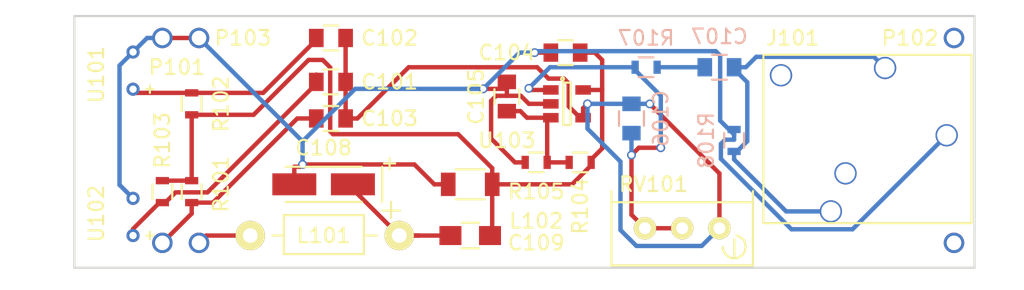
<source format=kicad_pcb>
(kicad_pcb (version 20171130) (host pcbnew "(5.1.12)-1")

  (general
    (thickness 1.6)
    (drawings 4)
    (tracks 163)
    (zones 0)
    (modules 26)
    (nets 13)
  )

  (page A4)
  (layers
    (0 F.Cu signal)
    (31 B.Cu signal)
    (32 B.Adhes user hide)
    (33 F.Adhes user hide)
    (34 B.Paste user hide)
    (35 F.Paste user hide)
    (36 B.SilkS user hide)
    (37 F.SilkS user hide)
    (38 B.Mask user hide)
    (39 F.Mask user hide)
    (40 Dwgs.User user hide)
    (41 Cmts.User user hide)
    (42 Eco1.User user hide)
    (43 Eco2.User user hide)
    (44 Edge.Cuts user)
    (45 Margin user hide)
    (46 B.CrtYd user hide)
    (47 F.CrtYd user)
    (48 B.Fab user hide)
    (49 F.Fab user hide)
  )

  (setup
    (last_trace_width 0.3)
    (trace_clearance 0.3)
    (zone_clearance 0.508)
    (zone_45_only no)
    (trace_min 0.2)
    (via_size 0.6)
    (via_drill 0.4)
    (via_min_size 0.4)
    (via_min_drill 0.3)
    (uvia_size 0.3)
    (uvia_drill 0.1)
    (uvias_allowed no)
    (uvia_min_size 0.2)
    (uvia_min_drill 0.1)
    (edge_width 0.15)
    (segment_width 0.2)
    (pcb_text_width 0.3)
    (pcb_text_size 1.5 1.5)
    (mod_edge_width 0.15)
    (mod_text_size 1 1)
    (mod_text_width 0.15)
    (pad_size 1.524 1.524)
    (pad_drill 0.762)
    (pad_to_mask_clearance 0.2)
    (aux_axis_origin 0 0)
    (visible_elements 7FFFFFFF)
    (pcbplotparams
      (layerselection 0x010f0_80000001)
      (usegerberextensions false)
      (usegerberattributes true)
      (usegerberadvancedattributes true)
      (creategerberjobfile true)
      (excludeedgelayer true)
      (linewidth 0.100000)
      (plotframeref false)
      (viasonmask false)
      (mode 1)
      (useauxorigin false)
      (hpglpennumber 1)
      (hpglpenspeed 20)
      (hpglpendiameter 15.000000)
      (psnegative false)
      (psa4output false)
      (plotreference true)
      (plotvalue true)
      (plotinvisibletext false)
      (padsonsilk false)
      (subtractmaskfromsilk false)
      (outputformat 1)
      (mirror false)
      (drillshape 0)
      (scaleselection 1)
      (outputdirectory "gerber"))
  )

  (net 0 "")
  (net 1 "Net-(C101-Pad1)")
  (net 2 "Net-(C101-Pad2)")
  (net 3 "Net-(C102-Pad2)")
  (net 4 "Net-(C103-Pad2)")
  (net 5 GND)
  (net 6 +9V)
  (net 7 "Net-(C105-Pad1)")
  (net 8 "Net-(C106-Pad1)")
  (net 9 "Net-(C107-Pad1)")
  (net 10 "Net-(C107-Pad2)")
  (net 11 "Net-(C108-Pad1)")
  (net 12 "Net-(L101-Pad1)")

  (net_class Default "This is the default net class."
    (clearance 0.3)
    (trace_width 0.3)
    (via_dia 0.6)
    (via_drill 0.4)
    (uvia_dia 0.3)
    (uvia_drill 0.1)
    (add_net +9V)
    (add_net GND)
    (add_net "Net-(C101-Pad1)")
    (add_net "Net-(C101-Pad2)")
    (add_net "Net-(C102-Pad2)")
    (add_net "Net-(C103-Pad2)")
    (add_net "Net-(C105-Pad1)")
    (add_net "Net-(C106-Pad1)")
    (add_net "Net-(C107-Pad1)")
    (add_net "Net-(C107-Pad2)")
    (add_net "Net-(C108-Pad1)")
    (add_net "Net-(L101-Pad1)")
  )

  (module Capacitors_SMD:C_0805 (layer F.Cu) (tedit 5415D6EA) (tstamp 5895FB23)
    (at 124.5 76.5 180)
    (descr "Capacitor SMD 0805, reflow soldering, AVX (see smccp.pdf)")
    (tags "capacitor 0805")
    (path /5887B077)
    (attr smd)
    (fp_text reference C101 (at -4 0 180) (layer F.SilkS)
      (effects (font (size 1 1) (thickness 0.15)))
    )
    (fp_text value 2.2u (at 0 2.1 180) (layer F.Fab)
      (effects (font (size 1 1) (thickness 0.15)))
    )
    (fp_line (start -0.5 0.85) (end 0.5 0.85) (layer F.SilkS) (width 0.15))
    (fp_line (start 0.5 -0.85) (end -0.5 -0.85) (layer F.SilkS) (width 0.15))
    (fp_line (start 1.8 -1) (end 1.8 1) (layer F.CrtYd) (width 0.05))
    (fp_line (start -1.8 -1) (end -1.8 1) (layer F.CrtYd) (width 0.05))
    (fp_line (start -1.8 1) (end 1.8 1) (layer F.CrtYd) (width 0.05))
    (fp_line (start -1.8 -1) (end 1.8 -1) (layer F.CrtYd) (width 0.05))
    (pad 1 smd rect (at -1 0 180) (size 1 1.25) (layers F.Cu F.Paste F.Mask)
      (net 1 "Net-(C101-Pad1)"))
    (pad 2 smd rect (at 1 0 180) (size 1 1.25) (layers F.Cu F.Paste F.Mask)
      (net 2 "Net-(C101-Pad2)"))
    (model Capacitors_SMD.3dshapes/C_0805.wrl
      (at (xyz 0 0 0))
      (scale (xyz 1 1 1))
      (rotate (xyz 0 0 0))
    )
  )

  (module Capacitors_SMD:C_0805 (layer F.Cu) (tedit 5415D6EA) (tstamp 5895FB29)
    (at 124.5 73.5 180)
    (descr "Capacitor SMD 0805, reflow soldering, AVX (see smccp.pdf)")
    (tags "capacitor 0805")
    (path /5895CA79)
    (attr smd)
    (fp_text reference C102 (at -4 0 180) (layer F.SilkS)
      (effects (font (size 1 1) (thickness 0.15)))
    )
    (fp_text value 2.2u (at 0 2.1 180) (layer F.Fab)
      (effects (font (size 1 1) (thickness 0.15)))
    )
    (fp_line (start -0.5 0.85) (end 0.5 0.85) (layer F.SilkS) (width 0.15))
    (fp_line (start 0.5 -0.85) (end -0.5 -0.85) (layer F.SilkS) (width 0.15))
    (fp_line (start 1.8 -1) (end 1.8 1) (layer F.CrtYd) (width 0.05))
    (fp_line (start -1.8 -1) (end -1.8 1) (layer F.CrtYd) (width 0.05))
    (fp_line (start -1.8 1) (end 1.8 1) (layer F.CrtYd) (width 0.05))
    (fp_line (start -1.8 -1) (end 1.8 -1) (layer F.CrtYd) (width 0.05))
    (pad 1 smd rect (at -1 0 180) (size 1 1.25) (layers F.Cu F.Paste F.Mask)
      (net 1 "Net-(C101-Pad1)"))
    (pad 2 smd rect (at 1 0 180) (size 1 1.25) (layers F.Cu F.Paste F.Mask)
      (net 3 "Net-(C102-Pad2)"))
    (model Capacitors_SMD.3dshapes/C_0805.wrl
      (at (xyz 0 0 0))
      (scale (xyz 1 1 1))
      (rotate (xyz 0 0 0))
    )
  )

  (module Capacitors_SMD:C_0805 (layer F.Cu) (tedit 5415D6EA) (tstamp 5895FB2F)
    (at 124.5 79 180)
    (descr "Capacitor SMD 0805, reflow soldering, AVX (see smccp.pdf)")
    (tags "capacitor 0805")
    (path /5895E10D)
    (attr smd)
    (fp_text reference C103 (at -4 0 180) (layer F.SilkS)
      (effects (font (size 1 1) (thickness 0.15)))
    )
    (fp_text value 2.2u (at 0 2.1 180) (layer F.Fab)
      (effects (font (size 1 1) (thickness 0.15)))
    )
    (fp_line (start -0.5 0.85) (end 0.5 0.85) (layer F.SilkS) (width 0.15))
    (fp_line (start 0.5 -0.85) (end -0.5 -0.85) (layer F.SilkS) (width 0.15))
    (fp_line (start 1.8 -1) (end 1.8 1) (layer F.CrtYd) (width 0.05))
    (fp_line (start -1.8 -1) (end -1.8 1) (layer F.CrtYd) (width 0.05))
    (fp_line (start -1.8 1) (end 1.8 1) (layer F.CrtYd) (width 0.05))
    (fp_line (start -1.8 -1) (end 1.8 -1) (layer F.CrtYd) (width 0.05))
    (pad 1 smd rect (at -1 0 180) (size 1 1.25) (layers F.Cu F.Paste F.Mask)
      (net 1 "Net-(C101-Pad1)"))
    (pad 2 smd rect (at 1 0 180) (size 1 1.25) (layers F.Cu F.Paste F.Mask)
      (net 4 "Net-(C103-Pad2)"))
    (model Capacitors_SMD.3dshapes/C_0805.wrl
      (at (xyz 0 0 0))
      (scale (xyz 1 1 1))
      (rotate (xyz 0 0 0))
    )
  )

  (module Capacitors_SMD:C_0805 (layer F.Cu) (tedit 5415D6EA) (tstamp 5895FB35)
    (at 140.5 74.5)
    (descr "Capacitor SMD 0805, reflow soldering, AVX (see smccp.pdf)")
    (tags "capacitor 0805")
    (path /5896477E)
    (attr smd)
    (fp_text reference C104 (at -4 0) (layer F.SilkS)
      (effects (font (size 1 1) (thickness 0.15)))
    )
    (fp_text value 10n (at 0 2.1) (layer F.Fab)
      (effects (font (size 1 1) (thickness 0.15)))
    )
    (fp_line (start -0.5 0.85) (end 0.5 0.85) (layer F.SilkS) (width 0.15))
    (fp_line (start 0.5 -0.85) (end -0.5 -0.85) (layer F.SilkS) (width 0.15))
    (fp_line (start 1.8 -1) (end 1.8 1) (layer F.CrtYd) (width 0.05))
    (fp_line (start -1.8 -1) (end -1.8 1) (layer F.CrtYd) (width 0.05))
    (fp_line (start -1.8 1) (end 1.8 1) (layer F.CrtYd) (width 0.05))
    (fp_line (start -1.8 -1) (end 1.8 -1) (layer F.CrtYd) (width 0.05))
    (pad 1 smd rect (at -1 0) (size 1 1.25) (layers F.Cu F.Paste F.Mask)
      (net 5 GND))
    (pad 2 smd rect (at 1 0) (size 1 1.25) (layers F.Cu F.Paste F.Mask)
      (net 6 +9V))
    (model Capacitors_SMD.3dshapes/C_0805.wrl
      (at (xyz 0 0 0))
      (scale (xyz 1 1 1))
      (rotate (xyz 0 0 0))
    )
  )

  (module Capacitors_SMD:C_0805 (layer F.Cu) (tedit 5415D6EA) (tstamp 5895FB3B)
    (at 136.5 77.5 90)
    (descr "Capacitor SMD 0805, reflow soldering, AVX (see smccp.pdf)")
    (tags "capacitor 0805")
    (path /5887B4FC)
    (attr smd)
    (fp_text reference C105 (at 0 -2.1 90) (layer F.SilkS)
      (effects (font (size 1 1) (thickness 0.15)))
    )
    (fp_text value 2.2u (at 0 2.1 90) (layer F.Fab)
      (effects (font (size 1 1) (thickness 0.15)))
    )
    (fp_line (start -0.5 0.85) (end 0.5 0.85) (layer F.SilkS) (width 0.15))
    (fp_line (start 0.5 -0.85) (end -0.5 -0.85) (layer F.SilkS) (width 0.15))
    (fp_line (start 1.8 -1) (end 1.8 1) (layer F.CrtYd) (width 0.05))
    (fp_line (start -1.8 -1) (end -1.8 1) (layer F.CrtYd) (width 0.05))
    (fp_line (start -1.8 1) (end 1.8 1) (layer F.CrtYd) (width 0.05))
    (fp_line (start -1.8 -1) (end 1.8 -1) (layer F.CrtYd) (width 0.05))
    (pad 1 smd rect (at -1 0 90) (size 1 1.25) (layers F.Cu F.Paste F.Mask)
      (net 7 "Net-(C105-Pad1)"))
    (pad 2 smd rect (at 1 0 90) (size 1 1.25) (layers F.Cu F.Paste F.Mask)
      (net 5 GND))
    (model Capacitors_SMD.3dshapes/C_0805.wrl
      (at (xyz 0 0 0))
      (scale (xyz 1 1 1))
      (rotate (xyz 0 0 0))
    )
  )

  (module Capacitors_SMD:C_0805 (layer B.Cu) (tedit 5415D6EA) (tstamp 5895FB41)
    (at 145 79 90)
    (descr "Capacitor SMD 0805, reflow soldering, AVX (see smccp.pdf)")
    (tags "capacitor 0805")
    (path /5887B1D8)
    (attr smd)
    (fp_text reference C106 (at 0 2 90) (layer B.SilkS)
      (effects (font (size 1 1) (thickness 0.15)) (justify mirror))
    )
    (fp_text value 16p (at 0 -2.1 90) (layer B.Fab)
      (effects (font (size 1 1) (thickness 0.15)) (justify mirror))
    )
    (fp_line (start -0.5 -0.85) (end 0.5 -0.85) (layer B.SilkS) (width 0.15))
    (fp_line (start 0.5 0.85) (end -0.5 0.85) (layer B.SilkS) (width 0.15))
    (fp_line (start 1.8 1) (end 1.8 -1) (layer B.CrtYd) (width 0.05))
    (fp_line (start -1.8 1) (end -1.8 -1) (layer B.CrtYd) (width 0.05))
    (fp_line (start -1.8 -1) (end 1.8 -1) (layer B.CrtYd) (width 0.05))
    (fp_line (start -1.8 1) (end 1.8 1) (layer B.CrtYd) (width 0.05))
    (pad 1 smd rect (at -1 0 90) (size 1 1.25) (layers B.Cu B.Paste B.Mask)
      (net 8 "Net-(C106-Pad1)"))
    (pad 2 smd rect (at 1 0 90) (size 1 1.25) (layers B.Cu B.Paste B.Mask)
      (net 1 "Net-(C101-Pad1)"))
    (model Capacitors_SMD.3dshapes/C_0805.wrl
      (at (xyz 0 0 0))
      (scale (xyz 1 1 1))
      (rotate (xyz 0 0 0))
    )
  )

  (module Capacitors_SMD:C_0805 (layer B.Cu) (tedit 5415D6EA) (tstamp 5895FB47)
    (at 151 75.5 180)
    (descr "Capacitor SMD 0805, reflow soldering, AVX (see smccp.pdf)")
    (tags "capacitor 0805")
    (path /5887B729)
    (attr smd)
    (fp_text reference C107 (at 0 2.1 180) (layer B.SilkS)
      (effects (font (size 1 1) (thickness 0.15)) (justify mirror))
    )
    (fp_text value 2.2u (at 0 -2.1 180) (layer B.Fab)
      (effects (font (size 1 1) (thickness 0.15)) (justify mirror))
    )
    (fp_line (start -0.5 -0.85) (end 0.5 -0.85) (layer B.SilkS) (width 0.15))
    (fp_line (start 0.5 0.85) (end -0.5 0.85) (layer B.SilkS) (width 0.15))
    (fp_line (start 1.8 1) (end 1.8 -1) (layer B.CrtYd) (width 0.05))
    (fp_line (start -1.8 1) (end -1.8 -1) (layer B.CrtYd) (width 0.05))
    (fp_line (start -1.8 -1) (end 1.8 -1) (layer B.CrtYd) (width 0.05))
    (fp_line (start -1.8 1) (end 1.8 1) (layer B.CrtYd) (width 0.05))
    (pad 1 smd rect (at -1 0 180) (size 1 1.25) (layers B.Cu B.Paste B.Mask)
      (net 9 "Net-(C107-Pad1)"))
    (pad 2 smd rect (at 1 0 180) (size 1 1.25) (layers B.Cu B.Paste B.Mask)
      (net 10 "Net-(C107-Pad2)"))
    (model Capacitors_SMD.3dshapes/C_0805.wrl
      (at (xyz 0 0 0))
      (scale (xyz 1 1 1))
      (rotate (xyz 0 0 0))
    )
  )

  (module Capacitors_Tantalum_SMD:TantalC_SizeA_EIA-3216_HandSoldering (layer F.Cu) (tedit 0) (tstamp 5895FB4D)
    (at 124 83.5 180)
    (descr "Tantal Cap. , Size A, EIA-3216, Hand Soldering,")
    (tags "Tantal Cap. , Size A, EIA-3216, Hand Soldering,")
    (path /58960D7C)
    (attr smd)
    (fp_text reference C108 (at 0 2.5 180) (layer F.SilkS)
      (effects (font (size 1 1) (thickness 0.15)))
    )
    (fp_text value 10u (at -0.09906 3.0988 180) (layer F.Fab)
      (effects (font (size 1 1) (thickness 0.15)))
    )
    (fp_line (start -3.99542 -1.19888) (end -3.99542 1.19888) (layer F.SilkS) (width 0.15))
    (fp_line (start -5.19938 -1.79832) (end -4.0005 -1.79832) (layer F.SilkS) (width 0.15))
    (fp_line (start -4.59994 -2.2987) (end -4.59994 -1.19888) (layer F.SilkS) (width 0.15))
    (fp_line (start 2.60096 -1.19888) (end -2.60096 -1.19888) (layer F.SilkS) (width 0.15))
    (fp_line (start -2.60096 1.19888) (end 2.60096 1.19888) (layer F.SilkS) (width 0.15))
    (fp_text user + (at -4.5 1.5 180) (layer F.SilkS)
      (effects (font (size 1 1) (thickness 0.15)))
    )
    (pad 2 smd rect (at 1.99898 0 180) (size 2.99974 1.50114) (layers F.Cu F.Paste F.Mask)
      (net 5 GND))
    (pad 1 smd rect (at -1.99898 0 180) (size 2.99974 1.50114) (layers F.Cu F.Paste F.Mask)
      (net 11 "Net-(C108-Pad1)"))
    (model Capacitors_Tantalum_SMD.3dshapes/TantalC_SizeA_EIA-3216_HandSoldering.wrl
      (at (xyz 0 0 0))
      (scale (xyz 1 1 1))
      (rotate (xyz 0 0 180))
    )
  )

  (module Capacitors_SMD:C_1206 (layer F.Cu) (tedit 5415D7BD) (tstamp 5895FB53)
    (at 134 83.5 180)
    (descr "Capacitor SMD 1206, reflow soldering, AVX (see smccp.pdf)")
    (tags "capacitor 1206")
    (path /5896F0E1)
    (attr smd)
    (fp_text reference C109 (at -4.5 -4 180) (layer F.SilkS)
      (effects (font (size 1 1) (thickness 0.15)))
    )
    (fp_text value 100n (at 0 2.3 180) (layer F.Fab)
      (effects (font (size 1 1) (thickness 0.15)))
    )
    (fp_line (start -1 1.025) (end 1 1.025) (layer F.SilkS) (width 0.15))
    (fp_line (start 1 -1.025) (end -1 -1.025) (layer F.SilkS) (width 0.15))
    (fp_line (start 2.3 -1.15) (end 2.3 1.15) (layer F.CrtYd) (width 0.05))
    (fp_line (start -2.3 -1.15) (end -2.3 1.15) (layer F.CrtYd) (width 0.05))
    (fp_line (start -2.3 1.15) (end 2.3 1.15) (layer F.CrtYd) (width 0.05))
    (fp_line (start -2.3 -1.15) (end 2.3 -1.15) (layer F.CrtYd) (width 0.05))
    (pad 1 smd rect (at -1.5 0 180) (size 1 1.6) (layers F.Cu F.Paste F.Mask)
      (net 6 +9V))
    (pad 2 smd rect (at 1.5 0 180) (size 1 1.6) (layers F.Cu F.Paste F.Mask)
      (net 5 GND))
    (model Capacitors_SMD.3dshapes/C_1206.wrl
      (at (xyz 0 0 0))
      (scale (xyz 1 1 1))
      (rotate (xyz 0 0 0))
    )
  )

  (module PJ-324:PJ-324 (layer F.Cu) (tedit 5894ED01) (tstamp 5895FB5C)
    (at 168.2 86.15 180)
    (path /5894F437)
    (fp_text reference J101 (at 12.2 12.65 180) (layer F.SilkS)
      (effects (font (size 1 1) (thickness 0.15)))
    )
    (fp_text value PJ-324 (at 2.8 12.7 180) (layer F.Fab)
      (effects (font (size 1 1) (thickness 0.15)))
    )
    (fp_line (start 0 0) (end 14.2 0) (layer F.SilkS) (width 0.15))
    (fp_line (start 14.2 0) (end 14.2 11.5) (layer F.SilkS) (width 0.15))
    (fp_line (start 14.2 11.5) (end 0 11.5) (layer F.SilkS) (width 0.15))
    (fp_line (start 0 11.5) (end 0 0) (layer F.SilkS) (width 0.15))
    (fp_line (start -3.5 3.3) (end -3.2 3) (layer F.CrtYd) (width 0.15))
    (fp_line (start -3.5 8.7) (end -3.2 9) (layer F.CrtYd) (width 0.15))
    (fp_line (start -3.5 8.7) (end -3.5 3.3) (layer F.CrtYd) (width 0.15))
    (fp_line (start -3.2 3) (end 0 3) (layer F.CrtYd) (width 0.15))
    (fp_line (start -3.2 9) (end 0 9) (layer F.CrtYd) (width 0.15))
    (pad 1 thru_hole circle (at 1.7 6 180) (size 1.524 1.524) (drill 1.3) (layers *.Cu *.Mask)
      (net 5 GND))
    (pad 5 thru_hole circle (at 5.9 10.6 180) (size 1.524 1.524) (drill 1.3) (layers *.Cu *.Mask)
      (net 9 "Net-(C107-Pad1)"))
    (pad 3 thru_hole circle (at 8.6 3.4 180) (size 1.524 1.524) (drill 1.3) (layers *.Cu *.Mask))
    (pad 2 thru_hole circle (at 9.6 0.8 180) (size 1.524 1.524) (drill 1.3) (layers *.Cu *.Mask)
      (net 9 "Net-(C107-Pad1)"))
    (pad 4 thru_hole circle (at 13 10.1 180) (size 1.524 1.524) (drill 1.3) (layers *.Cu *.Mask))
  )

  (module Choke_Axial_ThroughHole:Choke_Horizontal_RM10mm (layer F.Cu) (tedit 542A89AC) (tstamp 5895FB62)
    (at 124 87)
    (descr "Choke, Axial, 10mm")
    (tags "Choke, Axial, 10mm")
    (path /5896358B)
    (fp_text reference L101 (at 0 0) (layer F.SilkS)
      (effects (font (size 1 1) (thickness 0.15)))
    )
    (fp_text value 470uH (at 0 4.0005) (layer F.Fab)
      (effects (font (size 1 1) (thickness 0.15)))
    )
    (fp_line (start 2.74574 1.27) (end -2.71526 1.27) (layer F.SilkS) (width 0.15))
    (fp_line (start 2.74574 -1.397) (end 2.74574 1.27) (layer F.SilkS) (width 0.15))
    (fp_line (start -2.71526 -1.397) (end 2.74574 -1.397) (layer F.SilkS) (width 0.15))
    (fp_line (start -2.71526 1.27) (end -2.71526 -1.397) (layer F.SilkS) (width 0.15))
    (fp_line (start 2.74574 0) (end 3.63474 0) (layer F.SilkS) (width 0.15))
    (fp_line (start -2.71526 0) (end -3.47726 0) (layer F.SilkS) (width 0.15))
    (pad 1 thru_hole circle (at -5.00126 0) (size 1.99898 1.99898) (drill 1.00076) (layers *.Cu *.Mask F.SilkS)
      (net 12 "Net-(L101-Pad1)"))
    (pad 2 thru_hole circle (at 5.15874 0) (size 1.99898 1.99898) (drill 1.00076) (layers *.Cu *.Mask F.SilkS)
      (net 11 "Net-(C108-Pad1)"))
  )

  (module Resistors_SMD:R_0805_HandSoldering (layer F.Cu) (tedit 54189DEE) (tstamp 5895FB68)
    (at 134 87)
    (descr "Resistor SMD 0805, hand soldering")
    (tags "resistor 0805")
    (path /5896EBD2)
    (attr smd)
    (fp_text reference L102 (at 4.5 -1) (layer F.SilkS)
      (effects (font (size 1 1) (thickness 0.15)))
    )
    (fp_text value FILTER (at 0 2.1) (layer F.Fab)
      (effects (font (size 1 1) (thickness 0.15)))
    )
    (fp_line (start -0.6 -0.875) (end 0.6 -0.875) (layer F.SilkS) (width 0.15))
    (fp_line (start 0.6 0.875) (end -0.6 0.875) (layer F.SilkS) (width 0.15))
    (fp_line (start 2.4 -1) (end 2.4 1) (layer F.CrtYd) (width 0.05))
    (fp_line (start -2.4 -1) (end -2.4 1) (layer F.CrtYd) (width 0.05))
    (fp_line (start -2.4 1) (end 2.4 1) (layer F.CrtYd) (width 0.05))
    (fp_line (start -2.4 -1) (end 2.4 -1) (layer F.CrtYd) (width 0.05))
    (pad 1 smd rect (at -1.35 0) (size 1.5 1.3) (layers F.Cu F.Paste F.Mask)
      (net 11 "Net-(C108-Pad1)"))
    (pad 2 smd rect (at 1.35 0) (size 1.5 1.3) (layers F.Cu F.Paste F.Mask)
      (net 6 +9V))
    (model Resistors_SMD.3dshapes/R_0805_HandSoldering.wrl
      (at (xyz 0 0 0))
      (scale (xyz 1 1 1))
      (rotate (xyz 0 0 0))
    )
  )

  (module Resistors_SMD:R_0603 (layer F.Cu) (tedit 5415CC62) (tstamp 5895FB80)
    (at 115 84 270)
    (descr "Resistor SMD 0603, reflow soldering, Vishay (see dcrcw.pdf)")
    (tags "resistor 0603")
    (path /5895DE04)
    (attr smd)
    (fp_text reference R101 (at -0.5 -2 270) (layer F.SilkS)
      (effects (font (size 1 1) (thickness 0.15)))
    )
    (fp_text value 14k (at 0 1.9 270) (layer F.Fab)
      (effects (font (size 1 1) (thickness 0.15)))
    )
    (fp_line (start -0.5 -0.675) (end 0.5 -0.675) (layer F.SilkS) (width 0.15))
    (fp_line (start 0.5 0.675) (end -0.5 0.675) (layer F.SilkS) (width 0.15))
    (fp_line (start 1.3 -0.8) (end 1.3 0.8) (layer F.CrtYd) (width 0.05))
    (fp_line (start -1.3 -0.8) (end -1.3 0.8) (layer F.CrtYd) (width 0.05))
    (fp_line (start -1.3 0.8) (end 1.3 0.8) (layer F.CrtYd) (width 0.05))
    (fp_line (start -1.3 -0.8) (end 1.3 -0.8) (layer F.CrtYd) (width 0.05))
    (pad 1 smd rect (at -0.75 0 270) (size 0.5 0.9) (layers F.Cu F.Paste F.Mask)
      (net 6 +9V))
    (pad 2 smd rect (at 0.75 0 270) (size 0.5 0.9) (layers F.Cu F.Paste F.Mask)
      (net 4 "Net-(C103-Pad2)"))
    (model Resistors_SMD.3dshapes/R_0603.wrl
      (at (xyz 0 0 0))
      (scale (xyz 1 1 1))
      (rotate (xyz 0 0 0))
    )
  )

  (module Resistors_SMD:R_0603 (layer F.Cu) (tedit 5415CC62) (tstamp 5895FB86)
    (at 115 78 90)
    (descr "Resistor SMD 0603, reflow soldering, Vishay (see dcrcw.pdf)")
    (tags "resistor 0603")
    (path /5895CD41)
    (attr smd)
    (fp_text reference R102 (at 0 2 90) (layer F.SilkS)
      (effects (font (size 1 1) (thickness 0.15)))
    )
    (fp_text value 14k (at 0 1.9 90) (layer F.Fab)
      (effects (font (size 1 1) (thickness 0.15)))
    )
    (fp_line (start -0.5 -0.675) (end 0.5 -0.675) (layer F.SilkS) (width 0.15))
    (fp_line (start 0.5 0.675) (end -0.5 0.675) (layer F.SilkS) (width 0.15))
    (fp_line (start 1.3 -0.8) (end 1.3 0.8) (layer F.CrtYd) (width 0.05))
    (fp_line (start -1.3 -0.8) (end -1.3 0.8) (layer F.CrtYd) (width 0.05))
    (fp_line (start -1.3 0.8) (end 1.3 0.8) (layer F.CrtYd) (width 0.05))
    (fp_line (start -1.3 -0.8) (end 1.3 -0.8) (layer F.CrtYd) (width 0.05))
    (pad 1 smd rect (at -0.75 0 90) (size 0.5 0.9) (layers F.Cu F.Paste F.Mask)
      (net 6 +9V))
    (pad 2 smd rect (at 0.75 0 90) (size 0.5 0.9) (layers F.Cu F.Paste F.Mask)
      (net 3 "Net-(C102-Pad2)"))
    (model Resistors_SMD.3dshapes/R_0603.wrl
      (at (xyz 0 0 0))
      (scale (xyz 1 1 1))
      (rotate (xyz 0 0 0))
    )
  )

  (module Resistors_SMD:R_0603 (layer F.Cu) (tedit 5415CC62) (tstamp 5895FB8C)
    (at 113 84 270)
    (descr "Resistor SMD 0603, reflow soldering, Vishay (see dcrcw.pdf)")
    (tags "resistor 0603")
    (path /5887B03C)
    (attr smd)
    (fp_text reference R103 (at -3.5 0 270) (layer F.SilkS)
      (effects (font (size 1 1) (thickness 0.15)))
    )
    (fp_text value 14k (at 0 1.9 270) (layer F.Fab)
      (effects (font (size 1 1) (thickness 0.15)))
    )
    (fp_line (start -0.5 -0.675) (end 0.5 -0.675) (layer F.SilkS) (width 0.15))
    (fp_line (start 0.5 0.675) (end -0.5 0.675) (layer F.SilkS) (width 0.15))
    (fp_line (start 1.3 -0.8) (end 1.3 0.8) (layer F.CrtYd) (width 0.05))
    (fp_line (start -1.3 -0.8) (end -1.3 0.8) (layer F.CrtYd) (width 0.05))
    (fp_line (start -1.3 0.8) (end 1.3 0.8) (layer F.CrtYd) (width 0.05))
    (fp_line (start -1.3 -0.8) (end 1.3 -0.8) (layer F.CrtYd) (width 0.05))
    (pad 1 smd rect (at -0.75 0 270) (size 0.5 0.9) (layers F.Cu F.Paste F.Mask)
      (net 6 +9V))
    (pad 2 smd rect (at 0.75 0 270) (size 0.5 0.9) (layers F.Cu F.Paste F.Mask)
      (net 2 "Net-(C101-Pad2)"))
    (model Resistors_SMD.3dshapes/R_0603.wrl
      (at (xyz 0 0 0))
      (scale (xyz 1 1 1))
      (rotate (xyz 0 0 0))
    )
  )

  (module Resistors_SMD:R_0603 (layer F.Cu) (tedit 5415CC62) (tstamp 5895FB92)
    (at 141.5 82)
    (descr "Resistor SMD 0603, reflow soldering, Vishay (see dcrcw.pdf)")
    (tags "resistor 0603")
    (path /5887B36D)
    (attr smd)
    (fp_text reference R104 (at 0 3 90) (layer F.SilkS)
      (effects (font (size 1 1) (thickness 0.15)))
    )
    (fp_text value 100k (at 0 1.9) (layer F.Fab)
      (effects (font (size 1 1) (thickness 0.15)))
    )
    (fp_line (start -0.5 -0.675) (end 0.5 -0.675) (layer F.SilkS) (width 0.15))
    (fp_line (start 0.5 0.675) (end -0.5 0.675) (layer F.SilkS) (width 0.15))
    (fp_line (start 1.3 -0.8) (end 1.3 0.8) (layer F.CrtYd) (width 0.05))
    (fp_line (start -1.3 -0.8) (end -1.3 0.8) (layer F.CrtYd) (width 0.05))
    (fp_line (start -1.3 0.8) (end 1.3 0.8) (layer F.CrtYd) (width 0.05))
    (fp_line (start -1.3 -0.8) (end 1.3 -0.8) (layer F.CrtYd) (width 0.05))
    (pad 1 smd rect (at -0.75 0) (size 0.5 0.9) (layers F.Cu F.Paste F.Mask)
      (net 7 "Net-(C105-Pad1)"))
    (pad 2 smd rect (at 0.75 0) (size 0.5 0.9) (layers F.Cu F.Paste F.Mask)
      (net 6 +9V))
    (model Resistors_SMD.3dshapes/R_0603.wrl
      (at (xyz 0 0 0))
      (scale (xyz 1 1 1))
      (rotate (xyz 0 0 0))
    )
  )

  (module Resistors_SMD:R_0603 (layer F.Cu) (tedit 5415CC62) (tstamp 5895FB98)
    (at 138.5 82)
    (descr "Resistor SMD 0603, reflow soldering, Vishay (see dcrcw.pdf)")
    (tags "resistor 0603")
    (path /5887B422)
    (attr smd)
    (fp_text reference R105 (at 0 2) (layer F.SilkS)
      (effects (font (size 1 1) (thickness 0.15)))
    )
    (fp_text value 100k (at 0 1.9) (layer F.Fab)
      (effects (font (size 1 1) (thickness 0.15)))
    )
    (fp_line (start -0.5 -0.675) (end 0.5 -0.675) (layer F.SilkS) (width 0.15))
    (fp_line (start 0.5 0.675) (end -0.5 0.675) (layer F.SilkS) (width 0.15))
    (fp_line (start 1.3 -0.8) (end 1.3 0.8) (layer F.CrtYd) (width 0.05))
    (fp_line (start -1.3 -0.8) (end -1.3 0.8) (layer F.CrtYd) (width 0.05))
    (fp_line (start -1.3 0.8) (end 1.3 0.8) (layer F.CrtYd) (width 0.05))
    (fp_line (start -1.3 -0.8) (end 1.3 -0.8) (layer F.CrtYd) (width 0.05))
    (pad 1 smd rect (at -0.75 0) (size 0.5 0.9) (layers F.Cu F.Paste F.Mask)
      (net 5 GND))
    (pad 2 smd rect (at 0.75 0) (size 0.5 0.9) (layers F.Cu F.Paste F.Mask)
      (net 7 "Net-(C105-Pad1)"))
    (model Resistors_SMD.3dshapes/R_0603.wrl
      (at (xyz 0 0 0))
      (scale (xyz 1 1 1))
      (rotate (xyz 0 0 0))
    )
  )

  (module Resistors_SMD:R_0603 (layer B.Cu) (tedit 5415CC62) (tstamp 5895FB9E)
    (at 146 75.5 180)
    (descr "Resistor SMD 0603, reflow soldering, Vishay (see dcrcw.pdf)")
    (tags "resistor 0603")
    (path /5887B6C9)
    (attr smd)
    (fp_text reference R107 (at 0 2 180) (layer B.SilkS)
      (effects (font (size 1 1) (thickness 0.15)) (justify mirror))
    )
    (fp_text value 50 (at 0 -1.9 180) (layer B.Fab)
      (effects (font (size 1 1) (thickness 0.15)) (justify mirror))
    )
    (fp_line (start -0.5 0.675) (end 0.5 0.675) (layer B.SilkS) (width 0.15))
    (fp_line (start 0.5 -0.675) (end -0.5 -0.675) (layer B.SilkS) (width 0.15))
    (fp_line (start 1.3 0.8) (end 1.3 -0.8) (layer B.CrtYd) (width 0.05))
    (fp_line (start -1.3 0.8) (end -1.3 -0.8) (layer B.CrtYd) (width 0.05))
    (fp_line (start -1.3 -0.8) (end 1.3 -0.8) (layer B.CrtYd) (width 0.05))
    (fp_line (start -1.3 0.8) (end 1.3 0.8) (layer B.CrtYd) (width 0.05))
    (pad 1 smd rect (at -0.75 0 180) (size 0.5 0.9) (layers B.Cu B.Paste B.Mask)
      (net 10 "Net-(C107-Pad2)"))
    (pad 2 smd rect (at 0.75 0 180) (size 0.5 0.9) (layers B.Cu B.Paste B.Mask)
      (net 8 "Net-(C106-Pad1)"))
    (model Resistors_SMD.3dshapes/R_0603.wrl
      (at (xyz 0 0 0))
      (scale (xyz 1 1 1))
      (rotate (xyz 0 0 0))
    )
  )

  (module Resistors_SMD:R_0603 (layer B.Cu) (tedit 5415CC62) (tstamp 5895FBA4)
    (at 152 80.5 270)
    (descr "Resistor SMD 0603, reflow soldering, Vishay (see dcrcw.pdf)")
    (tags "resistor 0603")
    (path /5887B95C)
    (attr smd)
    (fp_text reference R108 (at 0 1.9 270) (layer B.SilkS)
      (effects (font (size 1 1) (thickness 0.15)) (justify mirror))
    )
    (fp_text value 100k (at 0 -1.9 270) (layer B.Fab)
      (effects (font (size 1 1) (thickness 0.15)) (justify mirror))
    )
    (fp_line (start -0.5 0.675) (end 0.5 0.675) (layer B.SilkS) (width 0.15))
    (fp_line (start 0.5 -0.675) (end -0.5 -0.675) (layer B.SilkS) (width 0.15))
    (fp_line (start 1.3 0.8) (end 1.3 -0.8) (layer B.CrtYd) (width 0.05))
    (fp_line (start -1.3 0.8) (end -1.3 -0.8) (layer B.CrtYd) (width 0.05))
    (fp_line (start -1.3 -0.8) (end 1.3 -0.8) (layer B.CrtYd) (width 0.05))
    (fp_line (start -1.3 0.8) (end 1.3 0.8) (layer B.CrtYd) (width 0.05))
    (pad 1 smd rect (at -0.75 0 270) (size 0.5 0.9) (layers B.Cu B.Paste B.Mask)
      (net 5 GND))
    (pad 2 smd rect (at 0.75 0 270) (size 0.5 0.9) (layers B.Cu B.Paste B.Mask)
      (net 9 "Net-(C107-Pad1)"))
    (model Resistors_SMD.3dshapes/R_0603.wrl
      (at (xyz 0 0 0))
      (scale (xyz 1 1 1))
      (rotate (xyz 0 0 0))
    )
  )

  (module Potentiometers:Potentiometer_Bourns_3296W_3-8Zoll_Inline_ScrewUp (layer F.Cu) (tedit 54130B3D) (tstamp 5895FBAB)
    (at 151 86.5 90)
    (descr "3296, 3/8, Square, Trimpot, Trimming, Potentiometer, Bourns")
    (tags "3296, 3/8, Square, Trimpot, Trimming, Potentiometer, Bourns")
    (path /5895E62A)
    (fp_text reference RV101 (at 3 -4.5 180) (layer F.SilkS)
      (effects (font (size 1 1) (thickness 0.15)))
    )
    (fp_text value 100k (at 1.27 5.08 90) (layer F.Fab)
      (effects (font (size 1 1) (thickness 0.15)))
    )
    (fp_line (start 0 2.286) (end -1.27 2.286) (layer F.SilkS) (width 0.15))
    (fp_line (start 2.54 2.286) (end 0 2.286) (layer F.SilkS) (width 0.15))
    (fp_line (start -2.54 -7.366) (end 2.54 -7.366) (layer F.SilkS) (width 0.15))
    (fp_line (start -2.54 2.286) (end -2.54 -7.366) (layer F.SilkS) (width 0.15))
    (fp_line (start -1.27 2.286) (end -2.54 2.286) (layer F.SilkS) (width 0.15))
    (fp_line (start 1.778 -7.366) (end 1.778 2.286) (layer F.SilkS) (width 0.15))
    (fp_line (start -0.5715 1.3462) (end -0.4826 1.1684) (layer F.SilkS) (width 0.15))
    (fp_line (start -0.8255 1.6891) (end -0.5715 1.3462) (layer F.SilkS) (width 0.15))
    (fp_line (start -1.2319 1.7907) (end -0.8255 1.6891) (layer F.SilkS) (width 0.15))
    (fp_line (start -1.5494 1.7399) (end -1.2319 1.7907) (layer F.SilkS) (width 0.15))
    (fp_line (start -1.8415 1.5621) (end -1.5494 1.7399) (layer F.SilkS) (width 0.15))
    (fp_line (start -2.0447 1.2065) (end -1.8415 1.5621) (layer F.SilkS) (width 0.15))
    (fp_line (start -2.032 0.762) (end -2.0447 1.2065) (layer F.SilkS) (width 0.15))
    (fp_line (start -1.8161 0.4445) (end -2.032 0.762) (layer F.SilkS) (width 0.15))
    (fp_line (start -1.5367 0.2667) (end -1.8161 0.4445) (layer F.SilkS) (width 0.15))
    (fp_line (start -1.2827 0.2286) (end -1.5367 0.2667) (layer F.SilkS) (width 0.15))
    (fp_line (start -2.032 1.016) (end -0.762 1.016) (layer F.SilkS) (width 0.15))
    (pad 2 thru_hole circle (at 0 -2.54 90) (size 1.524 1.524) (drill 0.8128) (layers *.Cu *.Mask F.SilkS)
      (net 8 "Net-(C106-Pad1)"))
    (pad 3 thru_hole circle (at 0 -5.08 90) (size 1.524 1.524) (drill 0.8128) (layers *.Cu *.Mask F.SilkS)
      (net 8 "Net-(C106-Pad1)"))
    (pad 1 thru_hole circle (at 0 0 90) (size 1.524 1.524) (drill 0.8128) (layers *.Cu *.Mask F.SilkS)
      (net 1 "Net-(C101-Pad1)"))
    (model Potentiometers.3dshapes/Potentiometer_Bourns_3296W_3-8Zoll_Inline_ScrewUp.wrl
      (at (xyz 0 0 0))
      (scale (xyz 1 1 1))
      (rotate (xyz 0 0 0))
    )
  )

  (module CMIC:CMIC (layer F.Cu) (tedit 5895F93A) (tstamp 5895FBB1)
    (at 111 80.48 90)
    (path /5895EFCD)
    (fp_text reference U101 (at 4.48 -2.5 90) (layer F.SilkS)
      (effects (font (size 1 1) (thickness 0.15)))
    )
    (fp_text value CMIC (at 1.75 4 90) (layer F.Fab)
      (effects (font (size 1 1) (thickness 0.15)))
    )
    (fp_line (start 3.23 1.15) (end 3.73 1.15) (layer F.SilkS) (width 0.15))
    (fp_line (start 3.48 1.4) (end 3.48 0.9) (layer F.SilkS) (width 0.15))
    (fp_line (start 0 -2) (end 0 -9) (layer F.CrtYd) (width 0.15))
    (fp_line (start 0 -9) (end 9.5 -9) (layer F.CrtYd) (width 0.15))
    (fp_line (start 9.5 -9) (end 9.5 -2) (layer F.CrtYd) (width 0.15))
    (fp_line (start 9.5 -2) (end 0 -2) (layer F.CrtYd) (width 0.15))
    (fp_line (start 3.5 -2) (end 3.5 -1) (layer F.CrtYd) (width 0.15))
    (fp_line (start 6 -2) (end 6 -1) (layer F.CrtYd) (width 0.15))
    (pad 2 thru_hole circle (at 6.02 0 90) (size 0.9 0.9) (drill 0.5) (layers *.Cu *.Mask)
      (net 5 GND))
    (pad 1 thru_hole circle (at 3.48 0 90) (size 0.9 0.9) (drill 0.5) (layers *.Cu *.Mask)
      (net 3 "Net-(C102-Pad2)"))
  )

  (module CMIC:CMIC (layer F.Cu) (tedit 5895F93A) (tstamp 5895FBB7)
    (at 111 90.48 90)
    (path /5895E98C)
    (fp_text reference U102 (at 4.98 -2.5 90) (layer F.SilkS)
      (effects (font (size 1 1) (thickness 0.15)))
    )
    (fp_text value CMIC (at 1.75 4 90) (layer F.Fab)
      (effects (font (size 1 1) (thickness 0.15)))
    )
    (fp_line (start 3.23 1.15) (end 3.73 1.15) (layer F.SilkS) (width 0.15))
    (fp_line (start 3.48 1.4) (end 3.48 0.9) (layer F.SilkS) (width 0.15))
    (fp_line (start 0 -2) (end 0 -9) (layer F.CrtYd) (width 0.15))
    (fp_line (start 0 -9) (end 9.5 -9) (layer F.CrtYd) (width 0.15))
    (fp_line (start 9.5 -9) (end 9.5 -2) (layer F.CrtYd) (width 0.15))
    (fp_line (start 9.5 -2) (end 0 -2) (layer F.CrtYd) (width 0.15))
    (fp_line (start 3.5 -2) (end 3.5 -1) (layer F.CrtYd) (width 0.15))
    (fp_line (start 6 -2) (end 6 -1) (layer F.CrtYd) (width 0.15))
    (pad 2 thru_hole circle (at 6.02 0 90) (size 0.9 0.9) (drill 0.5) (layers *.Cu *.Mask)
      (net 5 GND))
    (pad 1 thru_hole circle (at 3.48 0 90) (size 0.9 0.9) (drill 0.5) (layers *.Cu *.Mask)
      (net 2 "Net-(C101-Pad2)"))
  )

  (module TO_SOT_Packages_SMD:SOT-23-5 (layer F.Cu) (tedit 55360473) (tstamp 5895FBC0)
    (at 140.6 78)
    (descr "5-pin SOT23 package")
    (tags SOT-23-5)
    (path /5887C0EA)
    (attr smd)
    (fp_text reference U103 (at -4.1 2.5) (layer F.SilkS)
      (effects (font (size 1 1) (thickness 0.15)))
    )
    (fp_text value OPA172 (at -0.05 2.35) (layer F.Fab)
      (effects (font (size 1 1) (thickness 0.15)))
    )
    (fp_circle (center -0.3 -1.7) (end -0.2 -1.7) (layer F.SilkS) (width 0.15))
    (fp_line (start -0.25 -1.45) (end -0.25 1.45) (layer F.SilkS) (width 0.15))
    (fp_line (start -0.25 1.45) (end 0.25 1.45) (layer F.SilkS) (width 0.15))
    (fp_line (start 0.25 1.45) (end 0.25 -1.45) (layer F.SilkS) (width 0.15))
    (fp_line (start 0.25 -1.45) (end -0.25 -1.45) (layer F.SilkS) (width 0.15))
    (fp_line (start -1.8 1.6) (end -1.8 -1.6) (layer F.CrtYd) (width 0.05))
    (fp_line (start 1.8 1.6) (end -1.8 1.6) (layer F.CrtYd) (width 0.05))
    (fp_line (start 1.8 -1.6) (end 1.8 1.6) (layer F.CrtYd) (width 0.05))
    (fp_line (start -1.8 -1.6) (end 1.8 -1.6) (layer F.CrtYd) (width 0.05))
    (pad 1 smd rect (at -1.1 -0.95) (size 1.06 0.65) (layers F.Cu F.Paste F.Mask)
      (net 8 "Net-(C106-Pad1)"))
    (pad 2 smd rect (at -1.1 0) (size 1.06 0.65) (layers F.Cu F.Paste F.Mask)
      (net 5 GND))
    (pad 3 smd rect (at -1.1 0.95) (size 1.06 0.65) (layers F.Cu F.Paste F.Mask)
      (net 7 "Net-(C105-Pad1)"))
    (pad 4 smd rect (at 1.1 0.95) (size 1.06 0.65) (layers F.Cu F.Paste F.Mask)
      (net 1 "Net-(C101-Pad1)"))
    (pad 5 smd rect (at 1.1 -0.95) (size 1.06 0.65) (layers F.Cu F.Paste F.Mask)
      (net 6 +9V))
    (model TO_SOT_Packages_SMD.3dshapes/SOT-23-5.wrl
      (at (xyz 0 0 0))
      (scale (xyz 1 1 1))
      (rotate (xyz 0 0 0))
    )
  )

  (module BOARD-CONNECT:BOARD-CONNECT (layer F.Cu) (tedit 5895F662) (tstamp 589AA450)
    (at 113 73)
    (path /589610F8)
    (fp_text reference P101 (at 1 2.5) (layer F.SilkS)
      (effects (font (size 1 1) (thickness 0.15)))
    )
    (fp_text value CONN_01X02 (at 6.35 -3.5) (layer F.Fab)
      (effects (font (size 1 1) (thickness 0.15)))
    )
    (pad 1 thru_hole circle (at 0 0.5) (size 1.4 1.4) (drill 1) (layers *.Cu *.Mask)
      (net 5 GND))
    (pad 2 thru_hole circle (at 0 14.5) (size 1.4 1.4) (drill 1) (layers *.Cu *.Mask)
      (net 4 "Net-(C103-Pad2)"))
  )

  (module BOARD-CONNECT:BOARD-CONNECT (layer F.Cu) (tedit 5895F662) (tstamp 589AA456)
    (at 167 73)
    (path /589727DA)
    (fp_text reference P102 (at -3 0.5) (layer F.SilkS)
      (effects (font (size 1 1) (thickness 0.15)))
    )
    (fp_text value CONN_01X02 (at 6.35 -3.5) (layer F.Fab)
      (effects (font (size 1 1) (thickness 0.15)))
    )
    (pad 1 thru_hole circle (at 0 0.5) (size 1.4 1.4) (drill 1) (layers *.Cu *.Mask))
    (pad 2 thru_hole circle (at 0 14.5) (size 1.4 1.4) (drill 1) (layers *.Cu *.Mask))
  )

  (module BOARD-CONNECT:BOARD-CONNECT (layer F.Cu) (tedit 5895F662) (tstamp 589AA45C)
    (at 115.5 73)
    (path /589683E6)
    (fp_text reference P103 (at 3 0.5) (layer F.SilkS)
      (effects (font (size 1 1) (thickness 0.15)))
    )
    (fp_text value CONN_01X02 (at 6.35 -3.5) (layer F.Fab)
      (effects (font (size 1 1) (thickness 0.15)))
    )
    (pad 1 thru_hole circle (at 0 0.5) (size 1.4 1.4) (drill 1) (layers *.Cu *.Mask)
      (net 5 GND))
    (pad 2 thru_hole circle (at 0 14.5) (size 1.4 1.4) (drill 1) (layers *.Cu *.Mask)
      (net 12 "Net-(L101-Pad1)"))
  )

  (gr_line (start 107 89.2) (end 107 72) (layer Edge.Cuts) (width 0.15))
  (gr_line (start 168.4 89.2) (end 107 89.2) (layer Edge.Cuts) (width 0.15))
  (gr_line (start 168.4 72) (end 168.4 89.2) (layer Edge.Cuts) (width 0.15))
  (gr_line (start 107 72) (end 168.4 72) (layer Edge.Cuts) (width 0.15))

  (segment (start 125.5 78.5) (end 125.5 79) (width 0.3) (layer F.Cu) (net 1))
  (segment (start 125.5 76.5) (end 125.5 78.5) (width 0.3) (layer F.Cu) (net 1))
  (segment (start 125.5 73.5) (end 125.5 76.5) (width 0.3) (layer F.Cu) (net 1))
  (segment (start 141.7 78.95) (end 141.7 78.3) (width 0.3) (layer F.Cu) (net 1))
  (segment (start 141.7 78.3) (end 142 78) (width 0.3) (layer F.Cu) (net 1))
  (segment (start 142 78) (end 145 78) (width 0.3) (layer B.Cu) (net 1))
  (segment (start 125.5 79) (end 126.3 79) (width 0.3) (layer F.Cu) (net 1))
  (segment (start 126.3 79) (end 129.8 75.5) (width 0.3) (layer F.Cu) (net 1))
  (segment (start 129.8 75.5) (end 138.565 75.5) (width 0.3) (layer F.Cu) (net 1))
  (segment (start 138.565 75.5) (end 139.34 76.275) (width 0.3) (layer F.Cu) (net 1))
  (segment (start 139.34 76.275) (end 140.39 76.275) (width 0.3) (layer F.Cu) (net 1))
  (segment (start 140.39 76.275) (end 140.72 76.605) (width 0.3) (layer F.Cu) (net 1))
  (segment (start 140.72 76.605) (end 140.72 78.175) (width 0.3) (layer F.Cu) (net 1))
  (segment (start 140.72 78.175) (end 141.495 78.95) (width 0.3) (layer F.Cu) (net 1))
  (segment (start 141.495 78.95) (end 141.7 78.95) (width 0.3) (layer F.Cu) (net 1))
  (segment (start 145 78) (end 146.245 78) (width 0.3) (layer B.Cu) (net 1))
  (segment (start 146.245 78) (end 146.25 78.0053) (width 0.3) (layer B.Cu) (net 1))
  (segment (start 151 86.5) (end 151 82.7553) (width 0.3) (layer F.Cu) (net 1))
  (segment (start 151 82.7553) (end 146.25 78.0053) (width 0.3) (layer F.Cu) (net 1))
  (segment (start 142 78) (end 142 79.7) (width 0.3) (layer B.Cu) (net 1))
  (segment (start 142 79.7) (end 144.25 81.95) (width 0.3) (layer B.Cu) (net 1))
  (segment (start 144.25 81.95) (end 144.25 86.6238) (width 0.3) (layer B.Cu) (net 1))
  (segment (start 144.25 86.6238) (end 145.338 87.712) (width 0.3) (layer B.Cu) (net 1))
  (segment (start 145.338 87.712) (end 149.788 87.712) (width 0.3) (layer B.Cu) (net 1))
  (segment (start 149.788 87.712) (end 151 86.5) (width 0.3) (layer B.Cu) (net 1))
  (via (at 142 78) (size 0.6) (layers F.Cu B.Cu) (net 1))
  (via (at 146.25 78.0053) (size 0.6) (layers F.Cu B.Cu) (net 1))
  (segment (start 123.5 76.5) (end 123.5 76.125) (width 0.3) (layer F.Cu) (net 2))
  (segment (start 113 84.75) (end 113.2 84.75) (width 0.3) (layer F.Cu) (net 2))
  (segment (start 113.2 84.75) (end 113.9 84.05) (width 0.3) (layer F.Cu) (net 2))
  (segment (start 113.9 84.05) (end 116.075 84.05) (width 0.3) (layer F.Cu) (net 2))
  (segment (start 116.075 84.05) (end 123.5 76.625) (width 0.3) (layer F.Cu) (net 2))
  (segment (start 123.5 76.625) (end 123.5 76.5) (width 0.3) (layer F.Cu) (net 2))
  (segment (start 113 84.75) (end 112.8 84.75) (width 0.3) (layer F.Cu) (net 2))
  (segment (start 112.8 84.75) (end 111 86.55) (width 0.3) (layer F.Cu) (net 2))
  (segment (start 111 86.55) (end 111 87) (width 0.3) (layer F.Cu) (net 2))
  (segment (start 123.5 76) (end 123.5 76.125) (width 0.3) (layer F.Cu) (net 2))
  (segment (start 123.5 73.5) (end 123.5 73.625) (width 0.3) (layer F.Cu) (net 3))
  (segment (start 123.5 73.625) (end 119.875 77.25) (width 0.3) (layer F.Cu) (net 3))
  (segment (start 119.875 77.25) (end 115 77.25) (width 0.3) (layer F.Cu) (net 3))
  (segment (start 115 77.25) (end 111.25 77.25) (width 0.3) (layer F.Cu) (net 3))
  (segment (start 111.25 77.25) (end 111 77) (width 0.3) (layer F.Cu) (net 3))
  (segment (start 115 84.75) (end 116.45 84.75) (width 0.3) (layer F.Cu) (net 4))
  (segment (start 116.45 84.75) (end 122.2 79) (width 0.3) (layer F.Cu) (net 4))
  (segment (start 122.2 79) (end 123.5 79) (width 0.3) (layer F.Cu) (net 4))
  (segment (start 113 87.5) (end 115 85.5) (width 0.3) (layer F.Cu) (net 4))
  (segment (start 115 85.5) (end 115 84.75) (width 0.3) (layer F.Cu) (net 4))
  (segment (start 122.5647 80.5647) (end 126.1544 76.975) (width 0.3) (layer B.Cu) (net 5))
  (segment (start 126.1544 76.975) (end 134.8878 76.975) (width 0.3) (layer B.Cu) (net 5))
  (segment (start 134.8878 76.975) (end 137.3628 74.5) (width 0.3) (layer B.Cu) (net 5))
  (segment (start 137.3628 74.5) (end 138.3959 74.5) (width 0.3) (layer B.Cu) (net 5))
  (segment (start 136.5 76.975) (end 134.8878 76.975) (width 0.3) (layer F.Cu) (net 5))
  (segment (start 136.5 76.975) (end 136.5 77.4501) (width 0.3) (layer F.Cu) (net 5))
  (segment (start 136.5 76.5) (end 136.5 76.975) (width 0.3) (layer F.Cu) (net 5))
  (segment (start 138.5499 74.5) (end 138.3959 74.5) (width 0.3) (layer F.Cu) (net 5))
  (segment (start 152 80.1) (end 151.0498 79.1498) (width 0.3) (layer B.Cu) (net 5))
  (segment (start 151.0498 79.1498) (end 151.0498 74.7031) (width 0.3) (layer B.Cu) (net 5))
  (segment (start 151.0498 74.7031) (end 150.7481 74.4014) (width 0.3) (layer B.Cu) (net 5))
  (segment (start 150.7481 74.4014) (end 138.4945 74.4014) (width 0.3) (layer B.Cu) (net 5))
  (segment (start 138.4945 74.4014) (end 138.3959 74.5) (width 0.3) (layer B.Cu) (net 5))
  (segment (start 139.5 74.5) (end 138.5499 74.5) (width 0.3) (layer F.Cu) (net 5))
  (segment (start 132.5 83.5) (end 131.5499 83.5) (width 0.3) (layer F.Cu) (net 5))
  (segment (start 131.5499 83.5) (end 130.193 82.1431) (width 0.3) (layer F.Cu) (net 5))
  (segment (start 130.193 82.1431) (end 122.5647 82.1431) (width 0.3) (layer F.Cu) (net 5))
  (segment (start 122.5647 80.5647) (end 122.5647 82.1431) (width 0.3) (layer B.Cu) (net 5))
  (segment (start 115.5 73.5) (end 122.5647 80.5647) (width 0.3) (layer B.Cu) (net 5))
  (segment (start 152 80.1) (end 152 80.4501) (width 0.3) (layer B.Cu) (net 5))
  (segment (start 152 79.75) (end 152 80.1) (width 0.3) (layer B.Cu) (net 5))
  (segment (start 137.75 82) (end 137.0499 82) (width 0.3) (layer F.Cu) (net 5))
  (segment (start 137.0499 82) (end 135.4248 80.3749) (width 0.3) (layer F.Cu) (net 5))
  (segment (start 135.4248 80.3749) (end 135.4248 77.7936) (width 0.3) (layer F.Cu) (net 5))
  (segment (start 135.4248 77.7936) (end 135.7683 77.4501) (width 0.3) (layer F.Cu) (net 5))
  (segment (start 135.7683 77.4501) (end 136.5 77.4501) (width 0.3) (layer F.Cu) (net 5))
  (segment (start 152 80.4501) (end 151.3874 80.4501) (width 0.3) (layer B.Cu) (net 5))
  (segment (start 151.3874 80.4501) (end 151.0998 80.7377) (width 0.3) (layer B.Cu) (net 5))
  (segment (start 151.0998 80.7377) (end 151.0998 81.7581) (width 0.3) (layer B.Cu) (net 5))
  (segment (start 151.0998 81.7581) (end 155.9131 86.5714) (width 0.3) (layer B.Cu) (net 5))
  (segment (start 155.9131 86.5714) (end 160.0786 86.5714) (width 0.3) (layer B.Cu) (net 5))
  (segment (start 160.0786 86.5714) (end 166.5 80.15) (width 0.3) (layer B.Cu) (net 5))
  (segment (start 122.5647 82.1431) (end 122.4085 82.2993) (width 0.3) (layer F.Cu) (net 5))
  (segment (start 122.4085 82.2993) (end 122.001 82.2993) (width 0.3) (layer F.Cu) (net 5))
  (segment (start 122.001 83.5) (end 122.001 82.2993) (width 0.3) (layer F.Cu) (net 5))
  (segment (start 111 84.46) (end 110.0776 83.5376) (width 0.3) (layer B.Cu) (net 5))
  (segment (start 110.0776 83.5376) (end 110.0776 75.3824) (width 0.3) (layer B.Cu) (net 5))
  (segment (start 110.0776 75.3824) (end 111 74.46) (width 0.3) (layer B.Cu) (net 5))
  (segment (start 139.5 78) (end 138 78) (width 0.3) (layer F.Cu) (net 5))
  (segment (start 138 78) (end 137.4501 77.4501) (width 0.3) (layer F.Cu) (net 5))
  (segment (start 137.4501 77.4501) (end 136.5 77.4501) (width 0.3) (layer F.Cu) (net 5))
  (segment (start 113 73.5) (end 111.96 73.5) (width 0.3) (layer B.Cu) (net 5))
  (segment (start 111.96 73.5) (end 111 74.46) (width 0.3) (layer B.Cu) (net 5))
  (segment (start 115.5 73.5) (end 113 73.5) (width 0.3) (layer F.Cu) (net 5))
  (via (at 134.8878 76.975) (size 0.6) (layers F.Cu B.Cu) (net 5))
  (via (at 138.3959 74.5) (size 0.6) (layers F.Cu B.Cu) (net 5))
  (via (at 122.5647 82.1431) (size 0.6) (layers F.Cu B.Cu) (net 5))
  (segment (start 113 83.25) (end 115 83.25) (width 0.3) (layer F.Cu) (net 6))
  (segment (start 115 78.75) (end 115 83.25) (width 0.3) (layer F.Cu) (net 6))
  (segment (start 135.35 87) (end 135.45 87) (width 0.3) (layer F.Cu) (net 6))
  (segment (start 135.45 87) (end 135.5 86.95) (width 0.3) (layer F.Cu) (net 6))
  (segment (start 135.5 86.95) (end 135.5 83.5) (width 0.3) (layer F.Cu) (net 6))
  (segment (start 135.5 83.5) (end 140.95 83.5) (width 0.3) (layer F.Cu) (net 6))
  (segment (start 140.95 83.5) (end 142.25 82.2) (width 0.3) (layer F.Cu) (net 6))
  (segment (start 142.25 82.2) (end 142.25 82) (width 0.3) (layer F.Cu) (net 6))
  (segment (start 143 77) (end 143 75) (width 0.3) (layer F.Cu) (net 6))
  (segment (start 143 75) (end 142.5 74.5) (width 0.3) (layer F.Cu) (net 6))
  (segment (start 142.5 74.5) (end 141.5 74.5) (width 0.3) (layer F.Cu) (net 6))
  (segment (start 142.25 82) (end 142.25 81.8) (width 0.3) (layer F.Cu) (net 6))
  (segment (start 142.25 81.8) (end 143 81.05) (width 0.3) (layer F.Cu) (net 6))
  (segment (start 143 81.05) (end 143 77) (width 0.3) (layer F.Cu) (net 6))
  (segment (start 141.7 77.05) (end 142.95 77.05) (width 0.3) (layer F.Cu) (net 6))
  (segment (start 142.95 77.05) (end 143 77) (width 0.3) (layer F.Cu) (net 6))
  (segment (start 135.5 83.5) (end 135.5 82.4) (width 0.3) (layer F.Cu) (net 6))
  (segment (start 135.5 82.4) (end 133.175 80.075) (width 0.3) (layer F.Cu) (net 6))
  (segment (start 133.175 80.075) (end 124.64 80.075) (width 0.3) (layer F.Cu) (net 6))
  (segment (start 124.64 80.075) (end 124.45 79.885) (width 0.3) (layer F.Cu) (net 6))
  (segment (start 124.45 79.885) (end 124.45 75.515) (width 0.3) (layer F.Cu) (net 6))
  (segment (start 124.45 75.515) (end 123.935 75) (width 0.3) (layer F.Cu) (net 6))
  (segment (start 123.935 75) (end 122.974 75) (width 0.3) (layer F.Cu) (net 6))
  (segment (start 122.974 75) (end 119.224 78.75) (width 0.3) (layer F.Cu) (net 6))
  (segment (start 119.224 78.75) (end 115 78.75) (width 0.3) (layer F.Cu) (net 6))
  (segment (start 136.5 78.5) (end 137.425 78.5) (width 0.3) (layer F.Cu) (net 7))
  (segment (start 137.425 78.5) (end 137.875 78.95) (width 0.3) (layer F.Cu) (net 7))
  (segment (start 137.875 78.95) (end 139.5 78.95) (width 0.3) (layer F.Cu) (net 7))
  (segment (start 139.25 82) (end 140.75 82) (width 0.3) (layer F.Cu) (net 7))
  (segment (start 139.25 82) (end 139.25 79.2) (width 0.3) (layer F.Cu) (net 7))
  (segment (start 139.25 79.2) (end 139.5 78.95) (width 0.3) (layer F.Cu) (net 7))
  (segment (start 145 80) (end 145 81.5) (width 0.3) (layer B.Cu) (net 8))
  (segment (start 145 81.5) (end 145 85.58) (width 0.3) (layer F.Cu) (net 8))
  (segment (start 145 85.58) (end 145.92 86.5) (width 0.3) (layer F.Cu) (net 8))
  (segment (start 139.5 77.05) (end 138.111 77.05) (width 0.3) (layer F.Cu) (net 8))
  (segment (start 138.111 77.05) (end 138 76.9393) (width 0.3) (layer F.Cu) (net 8))
  (segment (start 145.25 75.5) (end 139.439 75.5) (width 0.3) (layer B.Cu) (net 8))
  (segment (start 139.439 75.5) (end 138.3 76.6393) (width 0.3) (layer B.Cu) (net 8))
  (segment (start 138.3 76.6393) (end 138 76.9393) (width 0.3) (layer B.Cu) (net 8))
  (segment (start 145.25 75.5) (end 145.25 75.7) (width 0.3) (layer B.Cu) (net 8))
  (segment (start 145.25 75.7) (end 147 77.45) (width 0.3) (layer B.Cu) (net 8))
  (segment (start 147 77.45) (end 147 81) (width 0.3) (layer B.Cu) (net 8))
  (segment (start 147 81) (end 145.5 81) (width 0.3) (layer F.Cu) (net 8))
  (segment (start 145.5 81) (end 145 81.5) (width 0.3) (layer F.Cu) (net 8))
  (segment (start 148.46 86.5) (end 145.92 86.5) (width 0.3) (layer F.Cu) (net 8))
  (via (at 145 81.5) (size 0.6) (layers F.Cu B.Cu) (net 8))
  (via (at 138 76.9393) (size 0.6) (layers F.Cu B.Cu) (net 8))
  (via (at 147 81) (size 0.6) (layers F.Cu B.Cu) (net 8))
  (segment (start 152 75.5) (end 152 75.625) (width 0.3) (layer B.Cu) (net 9))
  (segment (start 152 75.625) (end 152.9 76.525) (width 0.3) (layer B.Cu) (net 9))
  (segment (start 152.9 76.525) (end 152.9 80.55) (width 0.3) (layer B.Cu) (net 9))
  (segment (start 152.9 80.55) (end 152.2 81.25) (width 0.3) (layer B.Cu) (net 9))
  (segment (start 152.2 81.25) (end 152 81.25) (width 0.3) (layer B.Cu) (net 9))
  (segment (start 158.6 85.35) (end 155.55 85.35) (width 0.3) (layer B.Cu) (net 9))
  (segment (start 155.55 85.35) (end 152 81.8) (width 0.3) (layer B.Cu) (net 9))
  (segment (start 152 81.8) (end 152 81.25) (width 0.3) (layer B.Cu) (net 9))
  (segment (start 162.3 75.55) (end 161.538 74.788) (width 0.3) (layer B.Cu) (net 9))
  (segment (start 161.538 74.788) (end 153.512 74.788) (width 0.3) (layer B.Cu) (net 9))
  (segment (start 153.512 74.788) (end 152.8 75.5) (width 0.3) (layer B.Cu) (net 9))
  (segment (start 152.8 75.5) (end 152 75.5) (width 0.3) (layer B.Cu) (net 9))
  (segment (start 146.75 75.5) (end 150 75.5) (width 0.3) (layer B.Cu) (net 10))
  (segment (start 130.5045 87) (end 129.159 87) (width 0.3) (layer F.Cu) (net 11))
  (segment (start 129.159 87) (end 125.999 83.8402) (width 0.3) (layer F.Cu) (net 11))
  (segment (start 125.999 83.8402) (end 125.999 83.5) (width 0.3) (layer F.Cu) (net 11))
  (segment (start 132.65 87) (end 130.5045 87) (width 0.3) (layer F.Cu) (net 11))
  (segment (start 130.5045 87) (end 129.1587 87) (width 0.3) (layer F.Cu) (net 11))
  (segment (start 118.9987 87) (end 116 87) (width 0.3) (layer F.Cu) (net 12))
  (segment (start 116 87) (end 115.5 87.5) (width 0.3) (layer F.Cu) (net 12))
  (segment (start 118.999 87) (end 118.9987 87) (width 0.3) (layer F.Cu) (net 12))

)

</source>
